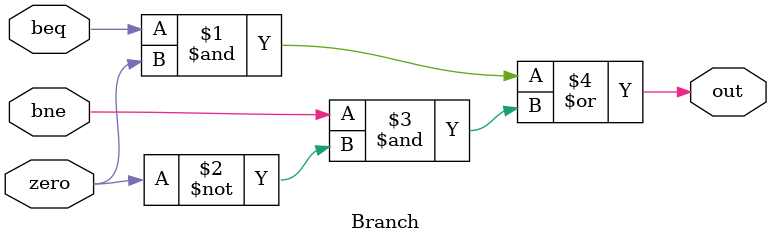
<source format=v>
`timescale 1ns / 1ps
module Branch(beq, bne, zero, out);
input beq, bne, zero;
output out;
assign out=(beq&zero)|(bne&(~zero));
endmodule


</source>
